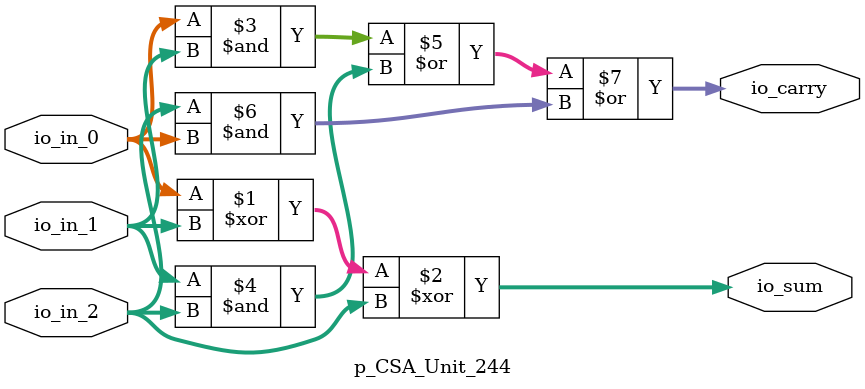
<source format=sv>
module p_CSA_Unit_244(
  input  [45:0] io_in_0,
                io_in_1,
                io_in_2,
  output [45:0] io_sum,
                io_carry
);

  assign io_sum = io_in_0 ^ io_in_1 ^ io_in_2;
  assign io_carry = io_in_0 & io_in_1 | io_in_1 & io_in_2 | io_in_2 & io_in_0;
endmodule


</source>
